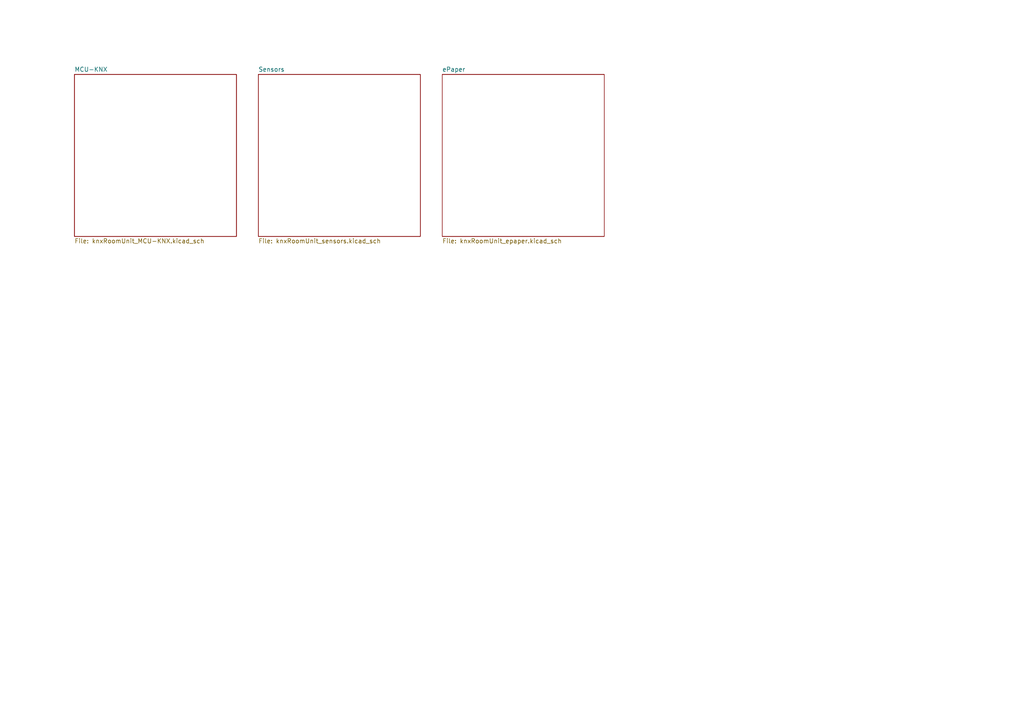
<source format=kicad_sch>
(kicad_sch (version 20230121) (generator eeschema)
  (paper "A4")
  (title_block (title "knxRoomUnit") (date "2023-08-22") (rev "r1d0") (company "MP"))
  (lib_symbols)
  (sheet (at 128.27 21.59) (size 46.99 46.99)
    (property "Sheetname" "ePaper" (at 128.27 20.8784 0) (effects (justify left bottom)))
    (property "Sheetfile" "knxRoomUnit_epaper.kicad_sch" (at 128.27 69.1646 0) (effects (justify left top)))
  )
  (sheet (at 74.93 21.59) (size 46.99 46.99)
    (property "Sheetname" "Sensors" (at 74.93 20.8784 0) (effects (justify left bottom)))
    (property "Sheetfile" "knxRoomUnit_sensors.kicad_sch" (at 74.93 69.1646 0) (effects (justify left top)))
  )
  (sheet (at 21.59 21.59) (size 46.99 46.99)
    (property "Sheetname" "MCU-KNX" (at 21.59 20.8784 0) (effects (justify left bottom)))
    (property "Sheetfile" "knxRoomUnit_MCU-KNX.kicad_sch" (at 21.59 69.1646 0) (effects (justify left top)))
  )
)
</source>
